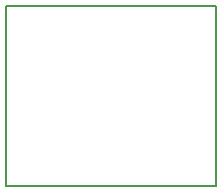
<source format=gko>
%TF.GenerationSoftware,KiCad,Pcbnew,4.0.7-e2-6376~58~ubuntu16.04.1*%
%TF.CreationDate,2018-05-15T18:32:14-07:00*%
%TF.ProjectId,testboard,74657374626F6172642E6B696361645F,v1.2*%
%TF.FileFunction,Profile,NP*%
%FSLAX46Y46*%
G04 Gerber Fmt 4.6, Leading zero omitted, Abs format (unit mm)*
G04 Created by KiCad (PCBNEW 4.0.7-e2-6376~58~ubuntu16.04.1) date Tue May 15 18:32:14 2018*
%MOMM*%
%LPD*%
G01*
G04 APERTURE LIST*
%ADD10C,0.350000*%
%ADD11C,0.152400*%
G04 APERTURE END LIST*
D10*
D11*
X106680000Y-86360000D02*
X106680000Y-71120000D01*
X88900000Y-86360000D02*
X106680000Y-86360000D01*
X88900000Y-71120000D02*
X88900000Y-86360000D01*
X106680000Y-71120000D02*
X88900000Y-71120000D01*
M02*

</source>
